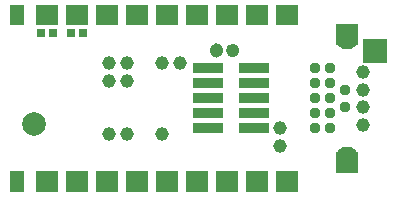
<source format=gbs>
G04*
G04 #@! TF.GenerationSoftware,Altium Limited,Altium Designer,20.1.14 (287)*
G04*
G04 Layer_Color=16711935*
%FSLAX24Y24*%
%MOIN*%
G70*
G04*
G04 #@! TF.SameCoordinates,EC6BA951-EC3A-497E-BF03-96D7CE287269*
G04*
G04*
G04 #@! TF.FilePolarity,Negative*
G04*
G01*
G75*
%ADD34C,0.0240*%
%ADD40C,0.0139*%
%ADD44R,0.0296X0.0257*%
%ADD45C,0.0769*%
%ADD46C,0.0787*%
%ADD53R,0.0787X0.0787*%
%ADD58R,0.0769X0.0592*%
%ADD59R,0.0769X0.0158*%
%ADD60R,0.0500X0.0158*%
%ADD61R,0.0500X0.0592*%
%ADD88C,0.0370*%
%ADD89C,0.0375*%
%ADD90C,0.0454*%
%ADD91R,0.1005X0.0359*%
D34*
X9010Y1589D02*
G03*
X9010Y1589I-110J0D01*
G01*
Y1611D02*
G03*
X9010Y1611I-110J0D01*
G01*
X9550Y1601D02*
G03*
X9550Y1601I-110J0D01*
G01*
D40*
X8900Y1467D02*
D03*
Y1733D02*
D03*
X9440Y1477D02*
D03*
Y1723D02*
D03*
D44*
X4053Y2190D02*
D03*
X4447D02*
D03*
X3053D02*
D03*
X3447D02*
D03*
D45*
X13250Y2000D02*
D03*
Y-2000D02*
D03*
D03*
Y2000D02*
D03*
D46*
X2820Y-850D02*
D03*
D53*
X14173Y1575D02*
D03*
D58*
X10250Y-2734D02*
D03*
X11250D02*
D03*
X9250D02*
D03*
X5250D02*
D03*
X4250D02*
D03*
X3250D02*
D03*
X5250Y2734D02*
D03*
X8250Y-2734D02*
D03*
X7250D02*
D03*
X6250Y2734D02*
D03*
X7250D02*
D03*
X8250D02*
D03*
X9250D02*
D03*
X10250D02*
D03*
X11250D02*
D03*
X3250D02*
D03*
X4250D02*
D03*
X6250Y-2734D02*
D03*
X13250Y-2081D02*
D03*
Y2081D02*
D03*
D59*
X10250Y-3050D02*
D03*
X11250D02*
D03*
X9250D02*
D03*
X5250D02*
D03*
X4250D02*
D03*
X3250D02*
D03*
X5250Y3050D02*
D03*
X8250Y-3050D02*
D03*
X7250D02*
D03*
X6250Y3050D02*
D03*
X7250D02*
D03*
X8250D02*
D03*
X9250D02*
D03*
X10250D02*
D03*
X11250D02*
D03*
X3250D02*
D03*
X4250D02*
D03*
X6250Y-3050D02*
D03*
X13250Y-2416D02*
D03*
Y2416D02*
D03*
D60*
X2250Y-3050D02*
D03*
Y3050D02*
D03*
D61*
Y-2734D02*
D03*
Y2734D02*
D03*
D88*
X12200Y1000D02*
D03*
Y500D02*
D03*
Y0D02*
D03*
Y-500D02*
D03*
Y-1000D02*
D03*
X12700D02*
D03*
Y-500D02*
D03*
Y0D02*
D03*
Y500D02*
D03*
Y1000D02*
D03*
D89*
X13169Y-295D02*
D03*
Y295D02*
D03*
D90*
X7677Y1181D02*
D03*
X5906Y-1181D02*
D03*
Y591D02*
D03*
Y1181D02*
D03*
X5315D02*
D03*
Y591D02*
D03*
X7087Y-1181D02*
D03*
X13780Y-886D02*
D03*
Y-295D02*
D03*
Y295D02*
D03*
X11024Y-1575D02*
D03*
Y-984D02*
D03*
X7087Y1181D02*
D03*
X5315Y-1181D02*
D03*
X13780Y886D02*
D03*
D91*
X8632Y1000D02*
D03*
Y500D02*
D03*
Y0D02*
D03*
Y-500D02*
D03*
Y-1000D02*
D03*
X10168Y1000D02*
D03*
Y500D02*
D03*
Y0D02*
D03*
Y-500D02*
D03*
Y-1000D02*
D03*
M02*

</source>
